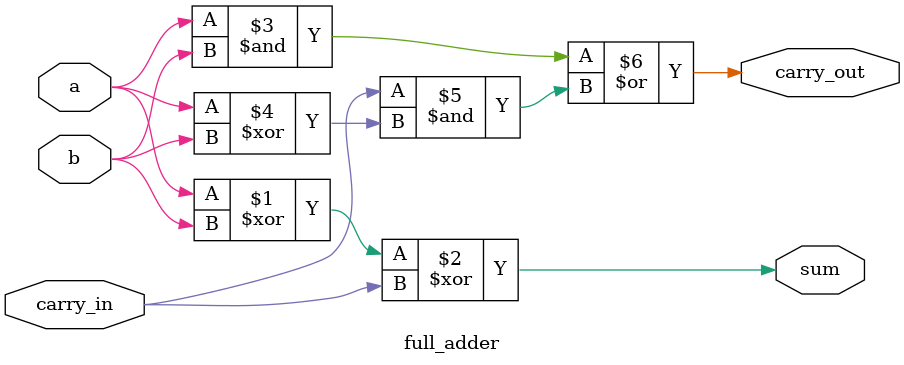
<source format=sv>
module top_module (
  input [3:0] x,
  input [3:0] y,
  output [4:0] sum
);
  
  // Internal wire declarations
  wire [3:0] carry;
  
  // Full Adder instances
  full_adder fa0(.a(x[0]), .b(y[0]), .carry_in(0), .sum(sum[0]), .carry_out(carry[0]));
  full_adder fa1(.a(x[1]), .b(y[1]), .carry_in(carry[0]), .sum(sum[1]), .carry_out(carry[1]));
  full_adder fa2(.a(x[2]), .b(y[2]), .carry_in(carry[1]), .sum(sum[2]), .carry_out(carry[2]));
  full_adder fa3(.a(x[3]), .b(y[3]), .carry_in(carry[2]), .sum(sum[3]), .carry_out(carry[3]));
  
  // Assign the overflow bit
  assign sum[4] = carry[3];
  
endmodule
module full_adder (
  input a,
  input b,
  input carry_in,
  output sum,
  output carry_out
);
  assign sum = a ^ b ^ carry_in;
  assign carry_out = (a & b) | (carry_in & (a ^ b));
endmodule

</source>
